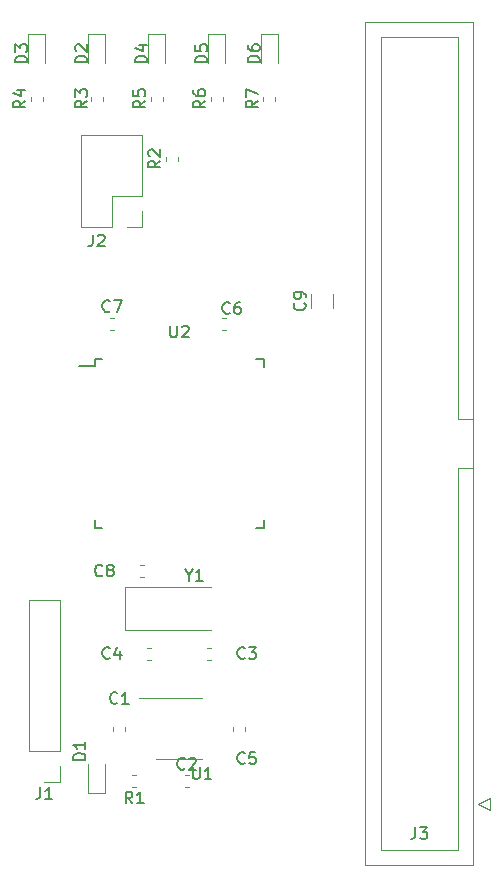
<source format=gbr>
%TF.GenerationSoftware,KiCad,Pcbnew,5.1.8-db9833491~88~ubuntu18.04.1*%
%TF.CreationDate,2020-12-07T13:57:58+00:00*%
%TF.ProjectId,z80_monitor,7a38305f-6d6f-46e6-9974-6f722e6b6963,1*%
%TF.SameCoordinates,Original*%
%TF.FileFunction,Legend,Top*%
%TF.FilePolarity,Positive*%
%FSLAX46Y46*%
G04 Gerber Fmt 4.6, Leading zero omitted, Abs format (unit mm)*
G04 Created by KiCad (PCBNEW 5.1.8-db9833491~88~ubuntu18.04.1) date 2020-12-07 13:57:58*
%MOMM*%
%LPD*%
G01*
G04 APERTURE LIST*
%ADD10C,0.120000*%
%ADD11C,0.150000*%
G04 APERTURE END LIST*
D10*
%TO.C,C2*%
X118573733Y-117985000D02*
X118916267Y-117985000D01*
X118573733Y-116965000D02*
X118916267Y-116965000D01*
%TO.C,D5*%
X122020000Y-56680000D02*
X122020000Y-54220000D01*
X122020000Y-54220000D02*
X120550000Y-54220000D01*
X120550000Y-54220000D02*
X120550000Y-56680000D01*
D11*
%TO.C,U2*%
X110935000Y-82300000D02*
X109660000Y-82300000D01*
X125285000Y-81725000D02*
X124610000Y-81725000D01*
X125285000Y-96075000D02*
X124610000Y-96075000D01*
X110935000Y-96075000D02*
X111610000Y-96075000D01*
X110935000Y-81725000D02*
X111610000Y-81725000D01*
X110935000Y-96075000D02*
X110935000Y-95400000D01*
X125285000Y-96075000D02*
X125285000Y-95400000D01*
X125285000Y-81725000D02*
X125285000Y-82400000D01*
X110935000Y-81725000D02*
X110935000Y-82300000D01*
D10*
%TO.C,C5*%
X122680000Y-113201267D02*
X122680000Y-112858733D01*
X123700000Y-113201267D02*
X123700000Y-112858733D01*
%TO.C,C8*%
X114763733Y-99185000D02*
X115106267Y-99185000D01*
X114763733Y-100205000D02*
X115106267Y-100205000D01*
%TO.C,C1*%
X112520000Y-113201267D02*
X112520000Y-112858733D01*
X113540000Y-113201267D02*
X113540000Y-112858733D01*
%TO.C,J3*%
X142990000Y-124590000D02*
X133870000Y-124590000D01*
X133870000Y-124590000D02*
X133870000Y-53210000D01*
X133870000Y-53210000D02*
X142990000Y-53210000D01*
X142990000Y-53210000D02*
X142990000Y-124590000D01*
X142990000Y-90950000D02*
X141680000Y-90950000D01*
X141680000Y-90950000D02*
X141680000Y-123290000D01*
X141680000Y-123290000D02*
X135180000Y-123290000D01*
X135180000Y-123290000D02*
X135180000Y-54510000D01*
X135180000Y-54510000D02*
X141680000Y-54510000D01*
X141680000Y-54510000D02*
X141680000Y-86850000D01*
X141680000Y-86850000D02*
X141680000Y-86850000D01*
X141680000Y-86850000D02*
X142990000Y-86850000D01*
X143380000Y-119380000D02*
X144380000Y-119880000D01*
X144380000Y-119880000D02*
X144380000Y-118880000D01*
X144380000Y-118880000D02*
X143380000Y-119380000D01*
%TO.C,R2*%
X116965000Y-64941267D02*
X116965000Y-64598733D01*
X117985000Y-64941267D02*
X117985000Y-64598733D01*
%TO.C,J2*%
X114995000Y-62805000D02*
X109795000Y-62805000D01*
X114995000Y-67945000D02*
X114995000Y-62805000D01*
X109795000Y-70545000D02*
X109795000Y-62805000D01*
X114995000Y-67945000D02*
X112395000Y-67945000D01*
X112395000Y-67945000D02*
X112395000Y-70545000D01*
X112395000Y-70545000D02*
X109795000Y-70545000D01*
X114995000Y-69215000D02*
X114995000Y-70545000D01*
X114995000Y-70545000D02*
X113665000Y-70545000D01*
%TO.C,C9*%
X129265000Y-77437064D02*
X129265000Y-76232936D01*
X131085000Y-77437064D02*
X131085000Y-76232936D01*
%TO.C,C7*%
X112223733Y-78230000D02*
X112566267Y-78230000D01*
X112223733Y-79250000D02*
X112566267Y-79250000D01*
%TO.C,C6*%
X122091267Y-79250000D02*
X121748733Y-79250000D01*
X122091267Y-78230000D02*
X121748733Y-78230000D01*
%TO.C,C4*%
X115398733Y-106170000D02*
X115741267Y-106170000D01*
X115398733Y-107190000D02*
X115741267Y-107190000D01*
%TO.C,C3*%
X120821267Y-107190000D02*
X120478733Y-107190000D01*
X120821267Y-106170000D02*
X120478733Y-106170000D01*
%TO.C,R7*%
X125220000Y-59861267D02*
X125220000Y-59518733D01*
X126240000Y-59861267D02*
X126240000Y-59518733D01*
%TO.C,R6*%
X120775000Y-59861267D02*
X120775000Y-59518733D01*
X121795000Y-59861267D02*
X121795000Y-59518733D01*
%TO.C,R5*%
X115695000Y-59861267D02*
X115695000Y-59518733D01*
X116715000Y-59861267D02*
X116715000Y-59518733D01*
%TO.C,R4*%
X105535000Y-59861267D02*
X105535000Y-59518733D01*
X106555000Y-59861267D02*
X106555000Y-59518733D01*
%TO.C,R3*%
X111635000Y-59518733D02*
X111635000Y-59861267D01*
X110615000Y-59518733D02*
X110615000Y-59861267D01*
%TO.C,R1*%
X114471267Y-117985000D02*
X114128733Y-117985000D01*
X114471267Y-116965000D02*
X114128733Y-116965000D01*
%TO.C,J1*%
X108010000Y-102175000D02*
X105350000Y-102175000D01*
X108010000Y-114935000D02*
X108010000Y-102175000D01*
X105350000Y-114935000D02*
X105350000Y-102175000D01*
X108010000Y-114935000D02*
X105350000Y-114935000D01*
X108010000Y-116205000D02*
X108010000Y-117535000D01*
X108010000Y-117535000D02*
X106680000Y-117535000D01*
%TO.C,D6*%
X126465000Y-56680000D02*
X126465000Y-54220000D01*
X126465000Y-54220000D02*
X124995000Y-54220000D01*
X124995000Y-54220000D02*
X124995000Y-56680000D01*
%TO.C,D4*%
X116940000Y-56680000D02*
X116940000Y-54220000D01*
X116940000Y-54220000D02*
X115470000Y-54220000D01*
X115470000Y-54220000D02*
X115470000Y-56680000D01*
%TO.C,D3*%
X106780000Y-56680000D02*
X106780000Y-54220000D01*
X106780000Y-54220000D02*
X105310000Y-54220000D01*
X105310000Y-54220000D02*
X105310000Y-56680000D01*
%TO.C,D2*%
X111860000Y-56680000D02*
X111860000Y-54220000D01*
X111860000Y-54220000D02*
X110390000Y-54220000D01*
X110390000Y-54220000D02*
X110390000Y-56680000D01*
%TO.C,D1*%
X110390000Y-116040000D02*
X110390000Y-118500000D01*
X110390000Y-118500000D02*
X111860000Y-118500000D01*
X111860000Y-118500000D02*
X111860000Y-116040000D01*
%TO.C,Y1*%
X120810000Y-101070000D02*
X113485000Y-101070000D01*
X113485000Y-101070000D02*
X113485000Y-104670000D01*
X113485000Y-104670000D02*
X120810000Y-104670000D01*
%TO.C,U1*%
X118110000Y-115590000D02*
X120060000Y-115590000D01*
X118110000Y-115590000D02*
X116160000Y-115590000D01*
X118110000Y-110470000D02*
X120060000Y-110470000D01*
X118110000Y-110470000D02*
X114660000Y-110470000D01*
%TO.C,C2*%
D11*
X118578333Y-116402142D02*
X118530714Y-116449761D01*
X118387857Y-116497380D01*
X118292619Y-116497380D01*
X118149761Y-116449761D01*
X118054523Y-116354523D01*
X118006904Y-116259285D01*
X117959285Y-116068809D01*
X117959285Y-115925952D01*
X118006904Y-115735476D01*
X118054523Y-115640238D01*
X118149761Y-115545000D01*
X118292619Y-115497380D01*
X118387857Y-115497380D01*
X118530714Y-115545000D01*
X118578333Y-115592619D01*
X118959285Y-115592619D02*
X119006904Y-115545000D01*
X119102142Y-115497380D01*
X119340238Y-115497380D01*
X119435476Y-115545000D01*
X119483095Y-115592619D01*
X119530714Y-115687857D01*
X119530714Y-115783095D01*
X119483095Y-115925952D01*
X118911666Y-116497380D01*
X119530714Y-116497380D01*
%TO.C,D5*%
X120467380Y-56618095D02*
X119467380Y-56618095D01*
X119467380Y-56380000D01*
X119515000Y-56237142D01*
X119610238Y-56141904D01*
X119705476Y-56094285D01*
X119895952Y-56046666D01*
X120038809Y-56046666D01*
X120229285Y-56094285D01*
X120324523Y-56141904D01*
X120419761Y-56237142D01*
X120467380Y-56380000D01*
X120467380Y-56618095D01*
X119467380Y-55141904D02*
X119467380Y-55618095D01*
X119943571Y-55665714D01*
X119895952Y-55618095D01*
X119848333Y-55522857D01*
X119848333Y-55284761D01*
X119895952Y-55189523D01*
X119943571Y-55141904D01*
X120038809Y-55094285D01*
X120276904Y-55094285D01*
X120372142Y-55141904D01*
X120419761Y-55189523D01*
X120467380Y-55284761D01*
X120467380Y-55522857D01*
X120419761Y-55618095D01*
X120372142Y-55665714D01*
%TO.C,U2*%
X117348095Y-78902380D02*
X117348095Y-79711904D01*
X117395714Y-79807142D01*
X117443333Y-79854761D01*
X117538571Y-79902380D01*
X117729047Y-79902380D01*
X117824285Y-79854761D01*
X117871904Y-79807142D01*
X117919523Y-79711904D01*
X117919523Y-78902380D01*
X118348095Y-78997619D02*
X118395714Y-78950000D01*
X118490952Y-78902380D01*
X118729047Y-78902380D01*
X118824285Y-78950000D01*
X118871904Y-78997619D01*
X118919523Y-79092857D01*
X118919523Y-79188095D01*
X118871904Y-79330952D01*
X118300476Y-79902380D01*
X118919523Y-79902380D01*
%TO.C,C5*%
X123658333Y-115927142D02*
X123610714Y-115974761D01*
X123467857Y-116022380D01*
X123372619Y-116022380D01*
X123229761Y-115974761D01*
X123134523Y-115879523D01*
X123086904Y-115784285D01*
X123039285Y-115593809D01*
X123039285Y-115450952D01*
X123086904Y-115260476D01*
X123134523Y-115165238D01*
X123229761Y-115070000D01*
X123372619Y-115022380D01*
X123467857Y-115022380D01*
X123610714Y-115070000D01*
X123658333Y-115117619D01*
X124563095Y-115022380D02*
X124086904Y-115022380D01*
X124039285Y-115498571D01*
X124086904Y-115450952D01*
X124182142Y-115403333D01*
X124420238Y-115403333D01*
X124515476Y-115450952D01*
X124563095Y-115498571D01*
X124610714Y-115593809D01*
X124610714Y-115831904D01*
X124563095Y-115927142D01*
X124515476Y-115974761D01*
X124420238Y-116022380D01*
X124182142Y-116022380D01*
X124086904Y-115974761D01*
X124039285Y-115927142D01*
%TO.C,C8*%
X111593333Y-100052142D02*
X111545714Y-100099761D01*
X111402857Y-100147380D01*
X111307619Y-100147380D01*
X111164761Y-100099761D01*
X111069523Y-100004523D01*
X111021904Y-99909285D01*
X110974285Y-99718809D01*
X110974285Y-99575952D01*
X111021904Y-99385476D01*
X111069523Y-99290238D01*
X111164761Y-99195000D01*
X111307619Y-99147380D01*
X111402857Y-99147380D01*
X111545714Y-99195000D01*
X111593333Y-99242619D01*
X112164761Y-99575952D02*
X112069523Y-99528333D01*
X112021904Y-99480714D01*
X111974285Y-99385476D01*
X111974285Y-99337857D01*
X112021904Y-99242619D01*
X112069523Y-99195000D01*
X112164761Y-99147380D01*
X112355238Y-99147380D01*
X112450476Y-99195000D01*
X112498095Y-99242619D01*
X112545714Y-99337857D01*
X112545714Y-99385476D01*
X112498095Y-99480714D01*
X112450476Y-99528333D01*
X112355238Y-99575952D01*
X112164761Y-99575952D01*
X112069523Y-99623571D01*
X112021904Y-99671190D01*
X111974285Y-99766428D01*
X111974285Y-99956904D01*
X112021904Y-100052142D01*
X112069523Y-100099761D01*
X112164761Y-100147380D01*
X112355238Y-100147380D01*
X112450476Y-100099761D01*
X112498095Y-100052142D01*
X112545714Y-99956904D01*
X112545714Y-99766428D01*
X112498095Y-99671190D01*
X112450476Y-99623571D01*
X112355238Y-99575952D01*
%TO.C,C1*%
X112863333Y-110847142D02*
X112815714Y-110894761D01*
X112672857Y-110942380D01*
X112577619Y-110942380D01*
X112434761Y-110894761D01*
X112339523Y-110799523D01*
X112291904Y-110704285D01*
X112244285Y-110513809D01*
X112244285Y-110370952D01*
X112291904Y-110180476D01*
X112339523Y-110085238D01*
X112434761Y-109990000D01*
X112577619Y-109942380D01*
X112672857Y-109942380D01*
X112815714Y-109990000D01*
X112863333Y-110037619D01*
X113815714Y-110942380D02*
X113244285Y-110942380D01*
X113530000Y-110942380D02*
X113530000Y-109942380D01*
X113434761Y-110085238D01*
X113339523Y-110180476D01*
X113244285Y-110228095D01*
%TO.C,J3*%
X138096666Y-121372380D02*
X138096666Y-122086666D01*
X138049047Y-122229523D01*
X137953809Y-122324761D01*
X137810952Y-122372380D01*
X137715714Y-122372380D01*
X138477619Y-121372380D02*
X139096666Y-121372380D01*
X138763333Y-121753333D01*
X138906190Y-121753333D01*
X139001428Y-121800952D01*
X139049047Y-121848571D01*
X139096666Y-121943809D01*
X139096666Y-122181904D01*
X139049047Y-122277142D01*
X139001428Y-122324761D01*
X138906190Y-122372380D01*
X138620476Y-122372380D01*
X138525238Y-122324761D01*
X138477619Y-122277142D01*
%TO.C,R2*%
X116497380Y-64936666D02*
X116021190Y-65270000D01*
X116497380Y-65508095D02*
X115497380Y-65508095D01*
X115497380Y-65127142D01*
X115545000Y-65031904D01*
X115592619Y-64984285D01*
X115687857Y-64936666D01*
X115830714Y-64936666D01*
X115925952Y-64984285D01*
X115973571Y-65031904D01*
X116021190Y-65127142D01*
X116021190Y-65508095D01*
X115592619Y-64555714D02*
X115545000Y-64508095D01*
X115497380Y-64412857D01*
X115497380Y-64174761D01*
X115545000Y-64079523D01*
X115592619Y-64031904D01*
X115687857Y-63984285D01*
X115783095Y-63984285D01*
X115925952Y-64031904D01*
X116497380Y-64603333D01*
X116497380Y-63984285D01*
%TO.C,J2*%
X110791666Y-71207380D02*
X110791666Y-71921666D01*
X110744047Y-72064523D01*
X110648809Y-72159761D01*
X110505952Y-72207380D01*
X110410714Y-72207380D01*
X111220238Y-71302619D02*
X111267857Y-71255000D01*
X111363095Y-71207380D01*
X111601190Y-71207380D01*
X111696428Y-71255000D01*
X111744047Y-71302619D01*
X111791666Y-71397857D01*
X111791666Y-71493095D01*
X111744047Y-71635952D01*
X111172619Y-72207380D01*
X111791666Y-72207380D01*
%TO.C,C9*%
X128712142Y-77001666D02*
X128759761Y-77049285D01*
X128807380Y-77192142D01*
X128807380Y-77287380D01*
X128759761Y-77430238D01*
X128664523Y-77525476D01*
X128569285Y-77573095D01*
X128378809Y-77620714D01*
X128235952Y-77620714D01*
X128045476Y-77573095D01*
X127950238Y-77525476D01*
X127855000Y-77430238D01*
X127807380Y-77287380D01*
X127807380Y-77192142D01*
X127855000Y-77049285D01*
X127902619Y-77001666D01*
X128807380Y-76525476D02*
X128807380Y-76335000D01*
X128759761Y-76239761D01*
X128712142Y-76192142D01*
X128569285Y-76096904D01*
X128378809Y-76049285D01*
X127997857Y-76049285D01*
X127902619Y-76096904D01*
X127855000Y-76144523D01*
X127807380Y-76239761D01*
X127807380Y-76430238D01*
X127855000Y-76525476D01*
X127902619Y-76573095D01*
X127997857Y-76620714D01*
X128235952Y-76620714D01*
X128331190Y-76573095D01*
X128378809Y-76525476D01*
X128426428Y-76430238D01*
X128426428Y-76239761D01*
X128378809Y-76144523D01*
X128331190Y-76096904D01*
X128235952Y-76049285D01*
%TO.C,C7*%
X112228333Y-77667142D02*
X112180714Y-77714761D01*
X112037857Y-77762380D01*
X111942619Y-77762380D01*
X111799761Y-77714761D01*
X111704523Y-77619523D01*
X111656904Y-77524285D01*
X111609285Y-77333809D01*
X111609285Y-77190952D01*
X111656904Y-77000476D01*
X111704523Y-76905238D01*
X111799761Y-76810000D01*
X111942619Y-76762380D01*
X112037857Y-76762380D01*
X112180714Y-76810000D01*
X112228333Y-76857619D01*
X112561666Y-76762380D02*
X113228333Y-76762380D01*
X112799761Y-77762380D01*
%TO.C,C6*%
X122388333Y-77827142D02*
X122340714Y-77874761D01*
X122197857Y-77922380D01*
X122102619Y-77922380D01*
X121959761Y-77874761D01*
X121864523Y-77779523D01*
X121816904Y-77684285D01*
X121769285Y-77493809D01*
X121769285Y-77350952D01*
X121816904Y-77160476D01*
X121864523Y-77065238D01*
X121959761Y-76970000D01*
X122102619Y-76922380D01*
X122197857Y-76922380D01*
X122340714Y-76970000D01*
X122388333Y-77017619D01*
X123245476Y-76922380D02*
X123055000Y-76922380D01*
X122959761Y-76970000D01*
X122912142Y-77017619D01*
X122816904Y-77160476D01*
X122769285Y-77350952D01*
X122769285Y-77731904D01*
X122816904Y-77827142D01*
X122864523Y-77874761D01*
X122959761Y-77922380D01*
X123150238Y-77922380D01*
X123245476Y-77874761D01*
X123293095Y-77827142D01*
X123340714Y-77731904D01*
X123340714Y-77493809D01*
X123293095Y-77398571D01*
X123245476Y-77350952D01*
X123150238Y-77303333D01*
X122959761Y-77303333D01*
X122864523Y-77350952D01*
X122816904Y-77398571D01*
X122769285Y-77493809D01*
%TO.C,C4*%
X112228333Y-107037142D02*
X112180714Y-107084761D01*
X112037857Y-107132380D01*
X111942619Y-107132380D01*
X111799761Y-107084761D01*
X111704523Y-106989523D01*
X111656904Y-106894285D01*
X111609285Y-106703809D01*
X111609285Y-106560952D01*
X111656904Y-106370476D01*
X111704523Y-106275238D01*
X111799761Y-106180000D01*
X111942619Y-106132380D01*
X112037857Y-106132380D01*
X112180714Y-106180000D01*
X112228333Y-106227619D01*
X113085476Y-106465714D02*
X113085476Y-107132380D01*
X112847380Y-106084761D02*
X112609285Y-106799047D01*
X113228333Y-106799047D01*
%TO.C,C3*%
X123658333Y-107037142D02*
X123610714Y-107084761D01*
X123467857Y-107132380D01*
X123372619Y-107132380D01*
X123229761Y-107084761D01*
X123134523Y-106989523D01*
X123086904Y-106894285D01*
X123039285Y-106703809D01*
X123039285Y-106560952D01*
X123086904Y-106370476D01*
X123134523Y-106275238D01*
X123229761Y-106180000D01*
X123372619Y-106132380D01*
X123467857Y-106132380D01*
X123610714Y-106180000D01*
X123658333Y-106227619D01*
X123991666Y-106132380D02*
X124610714Y-106132380D01*
X124277380Y-106513333D01*
X124420238Y-106513333D01*
X124515476Y-106560952D01*
X124563095Y-106608571D01*
X124610714Y-106703809D01*
X124610714Y-106941904D01*
X124563095Y-107037142D01*
X124515476Y-107084761D01*
X124420238Y-107132380D01*
X124134523Y-107132380D01*
X124039285Y-107084761D01*
X123991666Y-107037142D01*
%TO.C,R7*%
X124752380Y-59856666D02*
X124276190Y-60190000D01*
X124752380Y-60428095D02*
X123752380Y-60428095D01*
X123752380Y-60047142D01*
X123800000Y-59951904D01*
X123847619Y-59904285D01*
X123942857Y-59856666D01*
X124085714Y-59856666D01*
X124180952Y-59904285D01*
X124228571Y-59951904D01*
X124276190Y-60047142D01*
X124276190Y-60428095D01*
X123752380Y-59523333D02*
X123752380Y-58856666D01*
X124752380Y-59285238D01*
%TO.C,R6*%
X120307380Y-59856666D02*
X119831190Y-60190000D01*
X120307380Y-60428095D02*
X119307380Y-60428095D01*
X119307380Y-60047142D01*
X119355000Y-59951904D01*
X119402619Y-59904285D01*
X119497857Y-59856666D01*
X119640714Y-59856666D01*
X119735952Y-59904285D01*
X119783571Y-59951904D01*
X119831190Y-60047142D01*
X119831190Y-60428095D01*
X119307380Y-58999523D02*
X119307380Y-59190000D01*
X119355000Y-59285238D01*
X119402619Y-59332857D01*
X119545476Y-59428095D01*
X119735952Y-59475714D01*
X120116904Y-59475714D01*
X120212142Y-59428095D01*
X120259761Y-59380476D01*
X120307380Y-59285238D01*
X120307380Y-59094761D01*
X120259761Y-58999523D01*
X120212142Y-58951904D01*
X120116904Y-58904285D01*
X119878809Y-58904285D01*
X119783571Y-58951904D01*
X119735952Y-58999523D01*
X119688333Y-59094761D01*
X119688333Y-59285238D01*
X119735952Y-59380476D01*
X119783571Y-59428095D01*
X119878809Y-59475714D01*
%TO.C,R5*%
X115227380Y-59856666D02*
X114751190Y-60190000D01*
X115227380Y-60428095D02*
X114227380Y-60428095D01*
X114227380Y-60047142D01*
X114275000Y-59951904D01*
X114322619Y-59904285D01*
X114417857Y-59856666D01*
X114560714Y-59856666D01*
X114655952Y-59904285D01*
X114703571Y-59951904D01*
X114751190Y-60047142D01*
X114751190Y-60428095D01*
X114227380Y-58951904D02*
X114227380Y-59428095D01*
X114703571Y-59475714D01*
X114655952Y-59428095D01*
X114608333Y-59332857D01*
X114608333Y-59094761D01*
X114655952Y-58999523D01*
X114703571Y-58951904D01*
X114798809Y-58904285D01*
X115036904Y-58904285D01*
X115132142Y-58951904D01*
X115179761Y-58999523D01*
X115227380Y-59094761D01*
X115227380Y-59332857D01*
X115179761Y-59428095D01*
X115132142Y-59475714D01*
%TO.C,R4*%
X105067380Y-59856666D02*
X104591190Y-60190000D01*
X105067380Y-60428095D02*
X104067380Y-60428095D01*
X104067380Y-60047142D01*
X104115000Y-59951904D01*
X104162619Y-59904285D01*
X104257857Y-59856666D01*
X104400714Y-59856666D01*
X104495952Y-59904285D01*
X104543571Y-59951904D01*
X104591190Y-60047142D01*
X104591190Y-60428095D01*
X104400714Y-58999523D02*
X105067380Y-58999523D01*
X104019761Y-59237619D02*
X104734047Y-59475714D01*
X104734047Y-58856666D01*
%TO.C,R3*%
X110307380Y-59856666D02*
X109831190Y-60190000D01*
X110307380Y-60428095D02*
X109307380Y-60428095D01*
X109307380Y-60047142D01*
X109355000Y-59951904D01*
X109402619Y-59904285D01*
X109497857Y-59856666D01*
X109640714Y-59856666D01*
X109735952Y-59904285D01*
X109783571Y-59951904D01*
X109831190Y-60047142D01*
X109831190Y-60428095D01*
X109307380Y-59523333D02*
X109307380Y-58904285D01*
X109688333Y-59237619D01*
X109688333Y-59094761D01*
X109735952Y-58999523D01*
X109783571Y-58951904D01*
X109878809Y-58904285D01*
X110116904Y-58904285D01*
X110212142Y-58951904D01*
X110259761Y-58999523D01*
X110307380Y-59094761D01*
X110307380Y-59380476D01*
X110259761Y-59475714D01*
X110212142Y-59523333D01*
%TO.C,R1*%
X114133333Y-119357380D02*
X113800000Y-118881190D01*
X113561904Y-119357380D02*
X113561904Y-118357380D01*
X113942857Y-118357380D01*
X114038095Y-118405000D01*
X114085714Y-118452619D01*
X114133333Y-118547857D01*
X114133333Y-118690714D01*
X114085714Y-118785952D01*
X114038095Y-118833571D01*
X113942857Y-118881190D01*
X113561904Y-118881190D01*
X115085714Y-119357380D02*
X114514285Y-119357380D01*
X114800000Y-119357380D02*
X114800000Y-118357380D01*
X114704761Y-118500238D01*
X114609523Y-118595476D01*
X114514285Y-118643095D01*
%TO.C,J1*%
X106346666Y-117987380D02*
X106346666Y-118701666D01*
X106299047Y-118844523D01*
X106203809Y-118939761D01*
X106060952Y-118987380D01*
X105965714Y-118987380D01*
X107346666Y-118987380D02*
X106775238Y-118987380D01*
X107060952Y-118987380D02*
X107060952Y-117987380D01*
X106965714Y-118130238D01*
X106870476Y-118225476D01*
X106775238Y-118273095D01*
%TO.C,D6*%
X124912380Y-56618095D02*
X123912380Y-56618095D01*
X123912380Y-56380000D01*
X123960000Y-56237142D01*
X124055238Y-56141904D01*
X124150476Y-56094285D01*
X124340952Y-56046666D01*
X124483809Y-56046666D01*
X124674285Y-56094285D01*
X124769523Y-56141904D01*
X124864761Y-56237142D01*
X124912380Y-56380000D01*
X124912380Y-56618095D01*
X123912380Y-55189523D02*
X123912380Y-55380000D01*
X123960000Y-55475238D01*
X124007619Y-55522857D01*
X124150476Y-55618095D01*
X124340952Y-55665714D01*
X124721904Y-55665714D01*
X124817142Y-55618095D01*
X124864761Y-55570476D01*
X124912380Y-55475238D01*
X124912380Y-55284761D01*
X124864761Y-55189523D01*
X124817142Y-55141904D01*
X124721904Y-55094285D01*
X124483809Y-55094285D01*
X124388571Y-55141904D01*
X124340952Y-55189523D01*
X124293333Y-55284761D01*
X124293333Y-55475238D01*
X124340952Y-55570476D01*
X124388571Y-55618095D01*
X124483809Y-55665714D01*
%TO.C,D4*%
X115387380Y-56618095D02*
X114387380Y-56618095D01*
X114387380Y-56380000D01*
X114435000Y-56237142D01*
X114530238Y-56141904D01*
X114625476Y-56094285D01*
X114815952Y-56046666D01*
X114958809Y-56046666D01*
X115149285Y-56094285D01*
X115244523Y-56141904D01*
X115339761Y-56237142D01*
X115387380Y-56380000D01*
X115387380Y-56618095D01*
X114720714Y-55189523D02*
X115387380Y-55189523D01*
X114339761Y-55427619D02*
X115054047Y-55665714D01*
X115054047Y-55046666D01*
%TO.C,D3*%
X105227380Y-56618095D02*
X104227380Y-56618095D01*
X104227380Y-56380000D01*
X104275000Y-56237142D01*
X104370238Y-56141904D01*
X104465476Y-56094285D01*
X104655952Y-56046666D01*
X104798809Y-56046666D01*
X104989285Y-56094285D01*
X105084523Y-56141904D01*
X105179761Y-56237142D01*
X105227380Y-56380000D01*
X105227380Y-56618095D01*
X104227380Y-55713333D02*
X104227380Y-55094285D01*
X104608333Y-55427619D01*
X104608333Y-55284761D01*
X104655952Y-55189523D01*
X104703571Y-55141904D01*
X104798809Y-55094285D01*
X105036904Y-55094285D01*
X105132142Y-55141904D01*
X105179761Y-55189523D01*
X105227380Y-55284761D01*
X105227380Y-55570476D01*
X105179761Y-55665714D01*
X105132142Y-55713333D01*
%TO.C,D2*%
X110307380Y-56618095D02*
X109307380Y-56618095D01*
X109307380Y-56380000D01*
X109355000Y-56237142D01*
X109450238Y-56141904D01*
X109545476Y-56094285D01*
X109735952Y-56046666D01*
X109878809Y-56046666D01*
X110069285Y-56094285D01*
X110164523Y-56141904D01*
X110259761Y-56237142D01*
X110307380Y-56380000D01*
X110307380Y-56618095D01*
X109402619Y-55665714D02*
X109355000Y-55618095D01*
X109307380Y-55522857D01*
X109307380Y-55284761D01*
X109355000Y-55189523D01*
X109402619Y-55141904D01*
X109497857Y-55094285D01*
X109593095Y-55094285D01*
X109735952Y-55141904D01*
X110307380Y-55713333D01*
X110307380Y-55094285D01*
%TO.C,D1*%
X110147380Y-115673095D02*
X109147380Y-115673095D01*
X109147380Y-115435000D01*
X109195000Y-115292142D01*
X109290238Y-115196904D01*
X109385476Y-115149285D01*
X109575952Y-115101666D01*
X109718809Y-115101666D01*
X109909285Y-115149285D01*
X110004523Y-115196904D01*
X110099761Y-115292142D01*
X110147380Y-115435000D01*
X110147380Y-115673095D01*
X110147380Y-114149285D02*
X110147380Y-114720714D01*
X110147380Y-114435000D02*
X109147380Y-114435000D01*
X109290238Y-114530238D01*
X109385476Y-114625476D01*
X109433095Y-114720714D01*
%TO.C,Y1*%
X118903809Y-100046190D02*
X118903809Y-100522380D01*
X118570476Y-99522380D02*
X118903809Y-100046190D01*
X119237142Y-99522380D01*
X120094285Y-100522380D02*
X119522857Y-100522380D01*
X119808571Y-100522380D02*
X119808571Y-99522380D01*
X119713333Y-99665238D01*
X119618095Y-99760476D01*
X119522857Y-99808095D01*
%TO.C,U1*%
X119253095Y-116292380D02*
X119253095Y-117101904D01*
X119300714Y-117197142D01*
X119348333Y-117244761D01*
X119443571Y-117292380D01*
X119634047Y-117292380D01*
X119729285Y-117244761D01*
X119776904Y-117197142D01*
X119824523Y-117101904D01*
X119824523Y-116292380D01*
X120824523Y-117292380D02*
X120253095Y-117292380D01*
X120538809Y-117292380D02*
X120538809Y-116292380D01*
X120443571Y-116435238D01*
X120348333Y-116530476D01*
X120253095Y-116578095D01*
%TD*%
M02*

</source>
